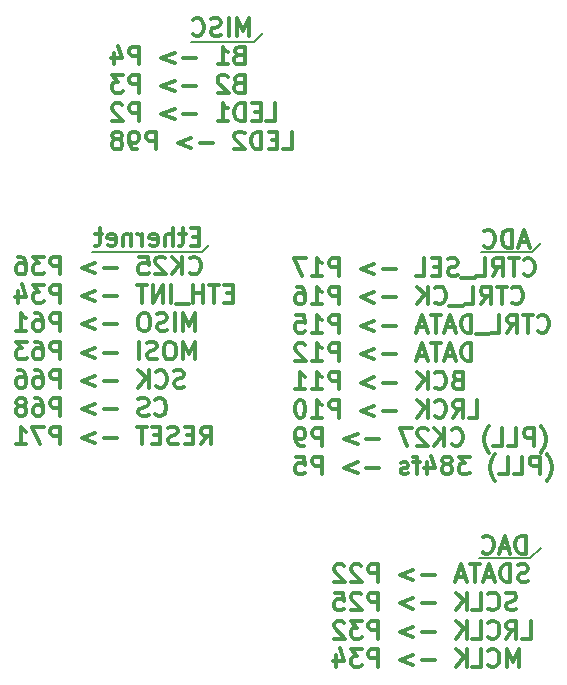
<source format=gbo>
G04 (created by PCBNEW (2013-07-07 BZR 4022)-stable) date 03/07/2014 16:21:05*
%MOIN*%
G04 Gerber Fmt 3.4, Leading zero omitted, Abs format*
%FSLAX34Y34*%
G01*
G70*
G90*
G04 APERTURE LIST*
%ADD10C,0.00590551*%
%ADD11C,0.00787402*%
%ADD12C,0.011811*%
G04 APERTURE END LIST*
G54D10*
G54D11*
X48500Y-26900D02*
X48800Y-26600D01*
X46400Y-26900D02*
X48500Y-26900D01*
G54D12*
X48318Y-26689D02*
X48318Y-26098D01*
X48121Y-26520D01*
X47924Y-26098D01*
X47924Y-26689D01*
X47643Y-26689D02*
X47643Y-26098D01*
X47390Y-26660D02*
X47305Y-26689D01*
X47165Y-26689D01*
X47108Y-26660D01*
X47080Y-26632D01*
X47052Y-26576D01*
X47052Y-26520D01*
X47080Y-26464D01*
X47108Y-26435D01*
X47165Y-26407D01*
X47277Y-26379D01*
X47333Y-26351D01*
X47362Y-26323D01*
X47390Y-26267D01*
X47390Y-26210D01*
X47362Y-26154D01*
X47333Y-26126D01*
X47277Y-26098D01*
X47137Y-26098D01*
X47052Y-26126D01*
X46462Y-26632D02*
X46490Y-26660D01*
X46574Y-26689D01*
X46630Y-26689D01*
X46715Y-26660D01*
X46771Y-26604D01*
X46799Y-26548D01*
X46827Y-26435D01*
X46827Y-26351D01*
X46799Y-26239D01*
X46771Y-26182D01*
X46715Y-26126D01*
X46630Y-26098D01*
X46574Y-26098D01*
X46490Y-26126D01*
X46462Y-26154D01*
X47980Y-27324D02*
X47896Y-27352D01*
X47868Y-27380D01*
X47840Y-27437D01*
X47840Y-27521D01*
X47868Y-27577D01*
X47896Y-27605D01*
X47952Y-27633D01*
X48177Y-27633D01*
X48177Y-27043D01*
X47980Y-27043D01*
X47924Y-27071D01*
X47896Y-27099D01*
X47868Y-27155D01*
X47868Y-27212D01*
X47896Y-27268D01*
X47924Y-27296D01*
X47980Y-27324D01*
X48177Y-27324D01*
X47277Y-27633D02*
X47615Y-27633D01*
X47446Y-27633D02*
X47446Y-27043D01*
X47502Y-27127D01*
X47558Y-27183D01*
X47615Y-27212D01*
X46574Y-27408D02*
X46124Y-27408D01*
X45843Y-27240D02*
X45393Y-27408D01*
X45843Y-27577D01*
X44662Y-27633D02*
X44662Y-27043D01*
X44437Y-27043D01*
X44381Y-27071D01*
X44353Y-27099D01*
X44324Y-27155D01*
X44324Y-27240D01*
X44353Y-27296D01*
X44381Y-27324D01*
X44437Y-27352D01*
X44662Y-27352D01*
X43818Y-27240D02*
X43818Y-27633D01*
X43959Y-27015D02*
X44099Y-27437D01*
X43734Y-27437D01*
X47980Y-28269D02*
X47896Y-28297D01*
X47868Y-28325D01*
X47840Y-28381D01*
X47840Y-28466D01*
X47868Y-28522D01*
X47896Y-28550D01*
X47952Y-28578D01*
X48177Y-28578D01*
X48177Y-27988D01*
X47980Y-27988D01*
X47924Y-28016D01*
X47896Y-28044D01*
X47868Y-28100D01*
X47868Y-28156D01*
X47896Y-28213D01*
X47924Y-28241D01*
X47980Y-28269D01*
X48177Y-28269D01*
X47615Y-28044D02*
X47587Y-28016D01*
X47530Y-27988D01*
X47390Y-27988D01*
X47333Y-28016D01*
X47305Y-28044D01*
X47277Y-28100D01*
X47277Y-28156D01*
X47305Y-28241D01*
X47643Y-28578D01*
X47277Y-28578D01*
X46574Y-28353D02*
X46124Y-28353D01*
X45843Y-28185D02*
X45393Y-28353D01*
X45843Y-28522D01*
X44662Y-28578D02*
X44662Y-27988D01*
X44437Y-27988D01*
X44381Y-28016D01*
X44353Y-28044D01*
X44324Y-28100D01*
X44324Y-28185D01*
X44353Y-28241D01*
X44381Y-28269D01*
X44437Y-28297D01*
X44662Y-28297D01*
X44128Y-27988D02*
X43762Y-27988D01*
X43959Y-28213D01*
X43874Y-28213D01*
X43818Y-28241D01*
X43790Y-28269D01*
X43762Y-28325D01*
X43762Y-28466D01*
X43790Y-28522D01*
X43818Y-28550D01*
X43874Y-28578D01*
X44043Y-28578D01*
X44099Y-28550D01*
X44128Y-28522D01*
X48908Y-29523D02*
X49189Y-29523D01*
X49189Y-28933D01*
X48711Y-29214D02*
X48515Y-29214D01*
X48430Y-29523D02*
X48711Y-29523D01*
X48711Y-28933D01*
X48430Y-28933D01*
X48177Y-29523D02*
X48177Y-28933D01*
X48036Y-28933D01*
X47952Y-28961D01*
X47896Y-29017D01*
X47868Y-29073D01*
X47840Y-29186D01*
X47840Y-29270D01*
X47868Y-29383D01*
X47896Y-29439D01*
X47952Y-29495D01*
X48036Y-29523D01*
X48177Y-29523D01*
X47277Y-29523D02*
X47615Y-29523D01*
X47446Y-29523D02*
X47446Y-28933D01*
X47502Y-29017D01*
X47558Y-29073D01*
X47615Y-29101D01*
X46574Y-29298D02*
X46124Y-29298D01*
X45843Y-29129D02*
X45393Y-29298D01*
X45843Y-29467D01*
X44662Y-29523D02*
X44662Y-28933D01*
X44437Y-28933D01*
X44381Y-28961D01*
X44353Y-28989D01*
X44324Y-29045D01*
X44324Y-29129D01*
X44353Y-29186D01*
X44381Y-29214D01*
X44437Y-29242D01*
X44662Y-29242D01*
X44099Y-28989D02*
X44071Y-28961D01*
X44015Y-28933D01*
X43874Y-28933D01*
X43818Y-28961D01*
X43790Y-28989D01*
X43762Y-29045D01*
X43762Y-29101D01*
X43790Y-29186D01*
X44128Y-29523D01*
X43762Y-29523D01*
X49471Y-30468D02*
X49752Y-30468D01*
X49752Y-29878D01*
X49274Y-30159D02*
X49077Y-30159D01*
X48993Y-30468D02*
X49274Y-30468D01*
X49274Y-29878D01*
X48993Y-29878D01*
X48739Y-30468D02*
X48739Y-29878D01*
X48599Y-29878D01*
X48515Y-29906D01*
X48458Y-29962D01*
X48430Y-30018D01*
X48402Y-30131D01*
X48402Y-30215D01*
X48430Y-30327D01*
X48458Y-30384D01*
X48515Y-30440D01*
X48599Y-30468D01*
X48739Y-30468D01*
X48177Y-29934D02*
X48149Y-29906D01*
X48093Y-29878D01*
X47952Y-29878D01*
X47896Y-29906D01*
X47868Y-29934D01*
X47840Y-29990D01*
X47840Y-30046D01*
X47868Y-30131D01*
X48205Y-30468D01*
X47840Y-30468D01*
X47137Y-30243D02*
X46687Y-30243D01*
X46405Y-30074D02*
X45955Y-30243D01*
X46405Y-30412D01*
X45224Y-30468D02*
X45224Y-29878D01*
X44999Y-29878D01*
X44943Y-29906D01*
X44915Y-29934D01*
X44887Y-29990D01*
X44887Y-30074D01*
X44915Y-30131D01*
X44943Y-30159D01*
X44999Y-30187D01*
X45224Y-30187D01*
X44606Y-30468D02*
X44493Y-30468D01*
X44437Y-30440D01*
X44409Y-30412D01*
X44353Y-30327D01*
X44324Y-30215D01*
X44324Y-29990D01*
X44353Y-29934D01*
X44381Y-29906D01*
X44437Y-29878D01*
X44549Y-29878D01*
X44606Y-29906D01*
X44634Y-29934D01*
X44662Y-29990D01*
X44662Y-30131D01*
X44634Y-30187D01*
X44606Y-30215D01*
X44549Y-30243D01*
X44437Y-30243D01*
X44381Y-30215D01*
X44353Y-30187D01*
X44324Y-30131D01*
X43987Y-30131D02*
X44043Y-30102D01*
X44071Y-30074D01*
X44099Y-30018D01*
X44099Y-29990D01*
X44071Y-29934D01*
X44043Y-29906D01*
X43987Y-29878D01*
X43874Y-29878D01*
X43818Y-29906D01*
X43790Y-29934D01*
X43762Y-29990D01*
X43762Y-30018D01*
X43790Y-30074D01*
X43818Y-30102D01*
X43874Y-30131D01*
X43987Y-30131D01*
X44043Y-30159D01*
X44071Y-30187D01*
X44099Y-30243D01*
X44099Y-30356D01*
X44071Y-30412D01*
X44043Y-30440D01*
X43987Y-30468D01*
X43874Y-30468D01*
X43818Y-30440D01*
X43790Y-30412D01*
X43762Y-30356D01*
X43762Y-30243D01*
X43790Y-30187D01*
X43818Y-30159D01*
X43874Y-30131D01*
G54D11*
X57700Y-44100D02*
X58050Y-43750D01*
X56000Y-44100D02*
X57700Y-44100D01*
X57750Y-33900D02*
X58050Y-33600D01*
X56050Y-33900D02*
X57750Y-33900D01*
X46750Y-33900D02*
X47000Y-33650D01*
X46550Y-33900D02*
X46750Y-33900D01*
X43100Y-33900D02*
X46550Y-33900D01*
G54D12*
X46664Y-33379D02*
X46467Y-33379D01*
X46383Y-33689D02*
X46664Y-33689D01*
X46664Y-33098D01*
X46383Y-33098D01*
X46214Y-33295D02*
X45989Y-33295D01*
X46130Y-33098D02*
X46130Y-33604D01*
X46102Y-33660D01*
X46046Y-33689D01*
X45989Y-33689D01*
X45793Y-33689D02*
X45793Y-33098D01*
X45539Y-33689D02*
X45539Y-33379D01*
X45568Y-33323D01*
X45624Y-33295D01*
X45708Y-33295D01*
X45764Y-33323D01*
X45793Y-33351D01*
X45033Y-33660D02*
X45090Y-33689D01*
X45202Y-33689D01*
X45258Y-33660D01*
X45286Y-33604D01*
X45286Y-33379D01*
X45258Y-33323D01*
X45202Y-33295D01*
X45090Y-33295D01*
X45033Y-33323D01*
X45005Y-33379D01*
X45005Y-33435D01*
X45286Y-33492D01*
X44752Y-33689D02*
X44752Y-33295D01*
X44752Y-33407D02*
X44724Y-33351D01*
X44696Y-33323D01*
X44640Y-33295D01*
X44583Y-33295D01*
X44387Y-33295D02*
X44387Y-33689D01*
X44387Y-33351D02*
X44358Y-33323D01*
X44302Y-33295D01*
X44218Y-33295D01*
X44162Y-33323D01*
X44133Y-33379D01*
X44133Y-33689D01*
X43627Y-33660D02*
X43683Y-33689D01*
X43796Y-33689D01*
X43852Y-33660D01*
X43880Y-33604D01*
X43880Y-33379D01*
X43852Y-33323D01*
X43796Y-33295D01*
X43683Y-33295D01*
X43627Y-33323D01*
X43599Y-33379D01*
X43599Y-33435D01*
X43880Y-33492D01*
X43430Y-33295D02*
X43205Y-33295D01*
X43346Y-33098D02*
X43346Y-33604D01*
X43318Y-33660D01*
X43262Y-33689D01*
X43205Y-33689D01*
X46355Y-34577D02*
X46383Y-34605D01*
X46467Y-34633D01*
X46524Y-34633D01*
X46608Y-34605D01*
X46664Y-34549D01*
X46692Y-34493D01*
X46721Y-34380D01*
X46721Y-34296D01*
X46692Y-34183D01*
X46664Y-34127D01*
X46608Y-34071D01*
X46524Y-34043D01*
X46467Y-34043D01*
X46383Y-34071D01*
X46355Y-34099D01*
X46102Y-34633D02*
X46102Y-34043D01*
X45764Y-34633D02*
X46018Y-34296D01*
X45764Y-34043D02*
X46102Y-34380D01*
X45539Y-34099D02*
X45511Y-34071D01*
X45455Y-34043D01*
X45315Y-34043D01*
X45258Y-34071D01*
X45230Y-34099D01*
X45202Y-34155D01*
X45202Y-34212D01*
X45230Y-34296D01*
X45568Y-34633D01*
X45202Y-34633D01*
X44668Y-34043D02*
X44949Y-34043D01*
X44977Y-34324D01*
X44949Y-34296D01*
X44893Y-34268D01*
X44752Y-34268D01*
X44696Y-34296D01*
X44668Y-34324D01*
X44640Y-34380D01*
X44640Y-34521D01*
X44668Y-34577D01*
X44696Y-34605D01*
X44752Y-34633D01*
X44893Y-34633D01*
X44949Y-34605D01*
X44977Y-34577D01*
X43937Y-34408D02*
X43487Y-34408D01*
X43205Y-34240D02*
X42755Y-34408D01*
X43205Y-34577D01*
X42024Y-34633D02*
X42024Y-34043D01*
X41799Y-34043D01*
X41743Y-34071D01*
X41715Y-34099D01*
X41687Y-34155D01*
X41687Y-34240D01*
X41715Y-34296D01*
X41743Y-34324D01*
X41799Y-34352D01*
X42024Y-34352D01*
X41490Y-34043D02*
X41124Y-34043D01*
X41321Y-34268D01*
X41237Y-34268D01*
X41181Y-34296D01*
X41153Y-34324D01*
X41124Y-34380D01*
X41124Y-34521D01*
X41153Y-34577D01*
X41181Y-34605D01*
X41237Y-34633D01*
X41406Y-34633D01*
X41462Y-34605D01*
X41490Y-34577D01*
X40618Y-34043D02*
X40731Y-34043D01*
X40787Y-34071D01*
X40815Y-34099D01*
X40871Y-34183D01*
X40899Y-34296D01*
X40899Y-34521D01*
X40871Y-34577D01*
X40843Y-34605D01*
X40787Y-34633D01*
X40674Y-34633D01*
X40618Y-34605D01*
X40590Y-34577D01*
X40562Y-34521D01*
X40562Y-34380D01*
X40590Y-34324D01*
X40618Y-34296D01*
X40674Y-34268D01*
X40787Y-34268D01*
X40843Y-34296D01*
X40871Y-34324D01*
X40899Y-34380D01*
X47789Y-35269D02*
X47592Y-35269D01*
X47508Y-35578D02*
X47789Y-35578D01*
X47789Y-34988D01*
X47508Y-34988D01*
X47339Y-34988D02*
X47002Y-34988D01*
X47171Y-35578D02*
X47171Y-34988D01*
X46805Y-35578D02*
X46805Y-34988D01*
X46805Y-35269D02*
X46467Y-35269D01*
X46467Y-35578D02*
X46467Y-34988D01*
X46327Y-35635D02*
X45877Y-35635D01*
X45736Y-35578D02*
X45736Y-34988D01*
X45455Y-35578D02*
X45455Y-34988D01*
X45118Y-35578D01*
X45118Y-34988D01*
X44921Y-34988D02*
X44583Y-34988D01*
X44752Y-35578D02*
X44752Y-34988D01*
X43937Y-35353D02*
X43487Y-35353D01*
X43205Y-35185D02*
X42755Y-35353D01*
X43205Y-35522D01*
X42024Y-35578D02*
X42024Y-34988D01*
X41799Y-34988D01*
X41743Y-35016D01*
X41715Y-35044D01*
X41687Y-35100D01*
X41687Y-35185D01*
X41715Y-35241D01*
X41743Y-35269D01*
X41799Y-35297D01*
X42024Y-35297D01*
X41490Y-34988D02*
X41124Y-34988D01*
X41321Y-35213D01*
X41237Y-35213D01*
X41181Y-35241D01*
X41153Y-35269D01*
X41124Y-35325D01*
X41124Y-35466D01*
X41153Y-35522D01*
X41181Y-35550D01*
X41237Y-35578D01*
X41406Y-35578D01*
X41462Y-35550D01*
X41490Y-35522D01*
X40618Y-35185D02*
X40618Y-35578D01*
X40759Y-34960D02*
X40899Y-35381D01*
X40534Y-35381D01*
X46524Y-36523D02*
X46524Y-35933D01*
X46327Y-36354D01*
X46130Y-35933D01*
X46130Y-36523D01*
X45849Y-36523D02*
X45849Y-35933D01*
X45596Y-36495D02*
X45511Y-36523D01*
X45371Y-36523D01*
X45315Y-36495D01*
X45286Y-36467D01*
X45258Y-36411D01*
X45258Y-36354D01*
X45286Y-36298D01*
X45315Y-36270D01*
X45371Y-36242D01*
X45483Y-36214D01*
X45539Y-36186D01*
X45568Y-36158D01*
X45596Y-36101D01*
X45596Y-36045D01*
X45568Y-35989D01*
X45539Y-35961D01*
X45483Y-35933D01*
X45343Y-35933D01*
X45258Y-35961D01*
X44893Y-35933D02*
X44780Y-35933D01*
X44724Y-35961D01*
X44668Y-36017D01*
X44640Y-36129D01*
X44640Y-36326D01*
X44668Y-36439D01*
X44724Y-36495D01*
X44780Y-36523D01*
X44893Y-36523D01*
X44949Y-36495D01*
X45005Y-36439D01*
X45033Y-36326D01*
X45033Y-36129D01*
X45005Y-36017D01*
X44949Y-35961D01*
X44893Y-35933D01*
X43937Y-36298D02*
X43487Y-36298D01*
X43205Y-36129D02*
X42755Y-36298D01*
X43205Y-36467D01*
X42024Y-36523D02*
X42024Y-35933D01*
X41799Y-35933D01*
X41743Y-35961D01*
X41715Y-35989D01*
X41687Y-36045D01*
X41687Y-36129D01*
X41715Y-36186D01*
X41743Y-36214D01*
X41799Y-36242D01*
X42024Y-36242D01*
X41181Y-35933D02*
X41293Y-35933D01*
X41349Y-35961D01*
X41378Y-35989D01*
X41434Y-36073D01*
X41462Y-36186D01*
X41462Y-36411D01*
X41434Y-36467D01*
X41406Y-36495D01*
X41349Y-36523D01*
X41237Y-36523D01*
X41181Y-36495D01*
X41153Y-36467D01*
X41124Y-36411D01*
X41124Y-36270D01*
X41153Y-36214D01*
X41181Y-36186D01*
X41237Y-36158D01*
X41349Y-36158D01*
X41406Y-36186D01*
X41434Y-36214D01*
X41462Y-36270D01*
X40562Y-36523D02*
X40899Y-36523D01*
X40731Y-36523D02*
X40731Y-35933D01*
X40787Y-36017D01*
X40843Y-36073D01*
X40899Y-36101D01*
X46524Y-37468D02*
X46524Y-36878D01*
X46327Y-37299D01*
X46130Y-36878D01*
X46130Y-37468D01*
X45736Y-36878D02*
X45624Y-36878D01*
X45568Y-36906D01*
X45511Y-36962D01*
X45483Y-37074D01*
X45483Y-37271D01*
X45511Y-37384D01*
X45568Y-37440D01*
X45624Y-37468D01*
X45736Y-37468D01*
X45793Y-37440D01*
X45849Y-37384D01*
X45877Y-37271D01*
X45877Y-37074D01*
X45849Y-36962D01*
X45793Y-36906D01*
X45736Y-36878D01*
X45258Y-37440D02*
X45174Y-37468D01*
X45033Y-37468D01*
X44977Y-37440D01*
X44949Y-37412D01*
X44921Y-37356D01*
X44921Y-37299D01*
X44949Y-37243D01*
X44977Y-37215D01*
X45033Y-37187D01*
X45146Y-37159D01*
X45202Y-37131D01*
X45230Y-37102D01*
X45258Y-37046D01*
X45258Y-36990D01*
X45230Y-36934D01*
X45202Y-36906D01*
X45146Y-36878D01*
X45005Y-36878D01*
X44921Y-36906D01*
X44668Y-37468D02*
X44668Y-36878D01*
X43937Y-37243D02*
X43487Y-37243D01*
X43205Y-37074D02*
X42755Y-37243D01*
X43205Y-37412D01*
X42024Y-37468D02*
X42024Y-36878D01*
X41799Y-36878D01*
X41743Y-36906D01*
X41715Y-36934D01*
X41687Y-36990D01*
X41687Y-37074D01*
X41715Y-37131D01*
X41743Y-37159D01*
X41799Y-37187D01*
X42024Y-37187D01*
X41181Y-36878D02*
X41293Y-36878D01*
X41349Y-36906D01*
X41378Y-36934D01*
X41434Y-37018D01*
X41462Y-37131D01*
X41462Y-37356D01*
X41434Y-37412D01*
X41406Y-37440D01*
X41349Y-37468D01*
X41237Y-37468D01*
X41181Y-37440D01*
X41153Y-37412D01*
X41124Y-37356D01*
X41124Y-37215D01*
X41153Y-37159D01*
X41181Y-37131D01*
X41237Y-37102D01*
X41349Y-37102D01*
X41406Y-37131D01*
X41434Y-37159D01*
X41462Y-37215D01*
X40928Y-36878D02*
X40562Y-36878D01*
X40759Y-37102D01*
X40674Y-37102D01*
X40618Y-37131D01*
X40590Y-37159D01*
X40562Y-37215D01*
X40562Y-37356D01*
X40590Y-37412D01*
X40618Y-37440D01*
X40674Y-37468D01*
X40843Y-37468D01*
X40899Y-37440D01*
X40928Y-37412D01*
X46158Y-38385D02*
X46074Y-38413D01*
X45933Y-38413D01*
X45877Y-38385D01*
X45849Y-38357D01*
X45821Y-38300D01*
X45821Y-38244D01*
X45849Y-38188D01*
X45877Y-38160D01*
X45933Y-38132D01*
X46046Y-38104D01*
X46102Y-38075D01*
X46130Y-38047D01*
X46158Y-37991D01*
X46158Y-37935D01*
X46130Y-37879D01*
X46102Y-37851D01*
X46046Y-37822D01*
X45905Y-37822D01*
X45821Y-37851D01*
X45230Y-38357D02*
X45258Y-38385D01*
X45343Y-38413D01*
X45399Y-38413D01*
X45483Y-38385D01*
X45539Y-38329D01*
X45568Y-38272D01*
X45596Y-38160D01*
X45596Y-38075D01*
X45568Y-37963D01*
X45539Y-37907D01*
X45483Y-37851D01*
X45399Y-37822D01*
X45343Y-37822D01*
X45258Y-37851D01*
X45230Y-37879D01*
X44977Y-38413D02*
X44977Y-37822D01*
X44640Y-38413D02*
X44893Y-38075D01*
X44640Y-37822D02*
X44977Y-38160D01*
X43937Y-38188D02*
X43487Y-38188D01*
X43205Y-38019D02*
X42755Y-38188D01*
X43205Y-38357D01*
X42024Y-38413D02*
X42024Y-37822D01*
X41799Y-37822D01*
X41743Y-37851D01*
X41715Y-37879D01*
X41687Y-37935D01*
X41687Y-38019D01*
X41715Y-38075D01*
X41743Y-38104D01*
X41799Y-38132D01*
X42024Y-38132D01*
X41181Y-37822D02*
X41293Y-37822D01*
X41349Y-37851D01*
X41378Y-37879D01*
X41434Y-37963D01*
X41462Y-38075D01*
X41462Y-38300D01*
X41434Y-38357D01*
X41406Y-38385D01*
X41349Y-38413D01*
X41237Y-38413D01*
X41181Y-38385D01*
X41153Y-38357D01*
X41124Y-38300D01*
X41124Y-38160D01*
X41153Y-38104D01*
X41181Y-38075D01*
X41237Y-38047D01*
X41349Y-38047D01*
X41406Y-38075D01*
X41434Y-38104D01*
X41462Y-38160D01*
X40618Y-37822D02*
X40731Y-37822D01*
X40787Y-37851D01*
X40815Y-37879D01*
X40871Y-37963D01*
X40899Y-38075D01*
X40899Y-38300D01*
X40871Y-38357D01*
X40843Y-38385D01*
X40787Y-38413D01*
X40674Y-38413D01*
X40618Y-38385D01*
X40590Y-38357D01*
X40562Y-38300D01*
X40562Y-38160D01*
X40590Y-38104D01*
X40618Y-38075D01*
X40674Y-38047D01*
X40787Y-38047D01*
X40843Y-38075D01*
X40871Y-38104D01*
X40899Y-38160D01*
X45202Y-39302D02*
X45230Y-39330D01*
X45315Y-39358D01*
X45371Y-39358D01*
X45455Y-39330D01*
X45511Y-39273D01*
X45539Y-39217D01*
X45568Y-39105D01*
X45568Y-39020D01*
X45539Y-38908D01*
X45511Y-38852D01*
X45455Y-38795D01*
X45371Y-38767D01*
X45315Y-38767D01*
X45230Y-38795D01*
X45202Y-38824D01*
X44977Y-39330D02*
X44893Y-39358D01*
X44752Y-39358D01*
X44696Y-39330D01*
X44668Y-39302D01*
X44640Y-39245D01*
X44640Y-39189D01*
X44668Y-39133D01*
X44696Y-39105D01*
X44752Y-39077D01*
X44865Y-39048D01*
X44921Y-39020D01*
X44949Y-38992D01*
X44977Y-38936D01*
X44977Y-38880D01*
X44949Y-38824D01*
X44921Y-38795D01*
X44865Y-38767D01*
X44724Y-38767D01*
X44640Y-38795D01*
X43937Y-39133D02*
X43487Y-39133D01*
X43205Y-38964D02*
X42755Y-39133D01*
X43205Y-39302D01*
X42024Y-39358D02*
X42024Y-38767D01*
X41799Y-38767D01*
X41743Y-38795D01*
X41715Y-38824D01*
X41687Y-38880D01*
X41687Y-38964D01*
X41715Y-39020D01*
X41743Y-39048D01*
X41799Y-39077D01*
X42024Y-39077D01*
X41181Y-38767D02*
X41293Y-38767D01*
X41349Y-38795D01*
X41378Y-38824D01*
X41434Y-38908D01*
X41462Y-39020D01*
X41462Y-39245D01*
X41434Y-39302D01*
X41406Y-39330D01*
X41349Y-39358D01*
X41237Y-39358D01*
X41181Y-39330D01*
X41153Y-39302D01*
X41124Y-39245D01*
X41124Y-39105D01*
X41153Y-39048D01*
X41181Y-39020D01*
X41237Y-38992D01*
X41349Y-38992D01*
X41406Y-39020D01*
X41434Y-39048D01*
X41462Y-39105D01*
X40787Y-39020D02*
X40843Y-38992D01*
X40871Y-38964D01*
X40899Y-38908D01*
X40899Y-38880D01*
X40871Y-38824D01*
X40843Y-38795D01*
X40787Y-38767D01*
X40674Y-38767D01*
X40618Y-38795D01*
X40590Y-38824D01*
X40562Y-38880D01*
X40562Y-38908D01*
X40590Y-38964D01*
X40618Y-38992D01*
X40674Y-39020D01*
X40787Y-39020D01*
X40843Y-39048D01*
X40871Y-39077D01*
X40899Y-39133D01*
X40899Y-39245D01*
X40871Y-39302D01*
X40843Y-39330D01*
X40787Y-39358D01*
X40674Y-39358D01*
X40618Y-39330D01*
X40590Y-39302D01*
X40562Y-39245D01*
X40562Y-39133D01*
X40590Y-39077D01*
X40618Y-39048D01*
X40674Y-39020D01*
X46721Y-40303D02*
X46917Y-40021D01*
X47058Y-40303D02*
X47058Y-39712D01*
X46833Y-39712D01*
X46777Y-39740D01*
X46749Y-39768D01*
X46721Y-39825D01*
X46721Y-39909D01*
X46749Y-39965D01*
X46777Y-39993D01*
X46833Y-40021D01*
X47058Y-40021D01*
X46467Y-39993D02*
X46271Y-39993D01*
X46186Y-40303D02*
X46467Y-40303D01*
X46467Y-39712D01*
X46186Y-39712D01*
X45961Y-40275D02*
X45877Y-40303D01*
X45736Y-40303D01*
X45680Y-40275D01*
X45652Y-40246D01*
X45624Y-40190D01*
X45624Y-40134D01*
X45652Y-40078D01*
X45680Y-40050D01*
X45736Y-40021D01*
X45849Y-39993D01*
X45905Y-39965D01*
X45933Y-39937D01*
X45961Y-39881D01*
X45961Y-39825D01*
X45933Y-39768D01*
X45905Y-39740D01*
X45849Y-39712D01*
X45708Y-39712D01*
X45624Y-39740D01*
X45371Y-39993D02*
X45174Y-39993D01*
X45090Y-40303D02*
X45371Y-40303D01*
X45371Y-39712D01*
X45090Y-39712D01*
X44921Y-39712D02*
X44583Y-39712D01*
X44752Y-40303D02*
X44752Y-39712D01*
X43937Y-40078D02*
X43487Y-40078D01*
X43205Y-39909D02*
X42755Y-40078D01*
X43205Y-40246D01*
X42024Y-40303D02*
X42024Y-39712D01*
X41799Y-39712D01*
X41743Y-39740D01*
X41715Y-39768D01*
X41687Y-39825D01*
X41687Y-39909D01*
X41715Y-39965D01*
X41743Y-39993D01*
X41799Y-40021D01*
X42024Y-40021D01*
X41490Y-39712D02*
X41096Y-39712D01*
X41349Y-40303D01*
X40562Y-40303D02*
X40899Y-40303D01*
X40731Y-40303D02*
X40731Y-39712D01*
X40787Y-39797D01*
X40843Y-39853D01*
X40899Y-39881D01*
X57546Y-43939D02*
X57546Y-43348D01*
X57405Y-43348D01*
X57321Y-43376D01*
X57264Y-43432D01*
X57236Y-43489D01*
X57208Y-43601D01*
X57208Y-43685D01*
X57236Y-43798D01*
X57264Y-43854D01*
X57321Y-43910D01*
X57405Y-43939D01*
X57546Y-43939D01*
X56983Y-43770D02*
X56702Y-43770D01*
X57039Y-43939D02*
X56843Y-43348D01*
X56646Y-43939D01*
X56111Y-43882D02*
X56139Y-43910D01*
X56224Y-43939D01*
X56280Y-43939D01*
X56364Y-43910D01*
X56421Y-43854D01*
X56449Y-43798D01*
X56477Y-43685D01*
X56477Y-43601D01*
X56449Y-43489D01*
X56421Y-43432D01*
X56364Y-43376D01*
X56280Y-43348D01*
X56224Y-43348D01*
X56139Y-43376D01*
X56111Y-43404D01*
X57630Y-44855D02*
X57546Y-44883D01*
X57405Y-44883D01*
X57349Y-44855D01*
X57321Y-44827D01*
X57292Y-44771D01*
X57292Y-44715D01*
X57321Y-44658D01*
X57349Y-44630D01*
X57405Y-44602D01*
X57517Y-44574D01*
X57574Y-44546D01*
X57602Y-44518D01*
X57630Y-44462D01*
X57630Y-44405D01*
X57602Y-44349D01*
X57574Y-44321D01*
X57517Y-44293D01*
X57377Y-44293D01*
X57292Y-44321D01*
X57039Y-44883D02*
X57039Y-44293D01*
X56899Y-44293D01*
X56814Y-44321D01*
X56758Y-44377D01*
X56730Y-44433D01*
X56702Y-44546D01*
X56702Y-44630D01*
X56730Y-44743D01*
X56758Y-44799D01*
X56814Y-44855D01*
X56899Y-44883D01*
X57039Y-44883D01*
X56477Y-44715D02*
X56196Y-44715D01*
X56533Y-44883D02*
X56336Y-44293D01*
X56139Y-44883D01*
X56027Y-44293D02*
X55690Y-44293D01*
X55858Y-44883D02*
X55858Y-44293D01*
X55521Y-44715D02*
X55240Y-44715D01*
X55577Y-44883D02*
X55380Y-44293D01*
X55183Y-44883D01*
X54537Y-44658D02*
X54087Y-44658D01*
X53805Y-44490D02*
X53355Y-44658D01*
X53805Y-44827D01*
X52624Y-44883D02*
X52624Y-44293D01*
X52399Y-44293D01*
X52343Y-44321D01*
X52315Y-44349D01*
X52287Y-44405D01*
X52287Y-44490D01*
X52315Y-44546D01*
X52343Y-44574D01*
X52399Y-44602D01*
X52624Y-44602D01*
X52062Y-44349D02*
X52034Y-44321D01*
X51978Y-44293D01*
X51837Y-44293D01*
X51781Y-44321D01*
X51753Y-44349D01*
X51724Y-44405D01*
X51724Y-44462D01*
X51753Y-44546D01*
X52090Y-44883D01*
X51724Y-44883D01*
X51499Y-44349D02*
X51471Y-44321D01*
X51415Y-44293D01*
X51274Y-44293D01*
X51218Y-44321D01*
X51190Y-44349D01*
X51162Y-44405D01*
X51162Y-44462D01*
X51190Y-44546D01*
X51528Y-44883D01*
X51162Y-44883D01*
X57236Y-45800D02*
X57152Y-45828D01*
X57011Y-45828D01*
X56955Y-45800D01*
X56927Y-45772D01*
X56899Y-45716D01*
X56899Y-45660D01*
X56927Y-45603D01*
X56955Y-45575D01*
X57011Y-45547D01*
X57124Y-45519D01*
X57180Y-45491D01*
X57208Y-45463D01*
X57236Y-45406D01*
X57236Y-45350D01*
X57208Y-45294D01*
X57180Y-45266D01*
X57124Y-45238D01*
X56983Y-45238D01*
X56899Y-45266D01*
X56308Y-45772D02*
X56336Y-45800D01*
X56421Y-45828D01*
X56477Y-45828D01*
X56561Y-45800D01*
X56618Y-45744D01*
X56646Y-45688D01*
X56674Y-45575D01*
X56674Y-45491D01*
X56646Y-45378D01*
X56618Y-45322D01*
X56561Y-45266D01*
X56477Y-45238D01*
X56421Y-45238D01*
X56336Y-45266D01*
X56308Y-45294D01*
X55774Y-45828D02*
X56055Y-45828D01*
X56055Y-45238D01*
X55577Y-45828D02*
X55577Y-45238D01*
X55240Y-45828D02*
X55493Y-45491D01*
X55240Y-45238D02*
X55577Y-45575D01*
X54537Y-45603D02*
X54087Y-45603D01*
X53805Y-45435D02*
X53355Y-45603D01*
X53805Y-45772D01*
X52624Y-45828D02*
X52624Y-45238D01*
X52399Y-45238D01*
X52343Y-45266D01*
X52315Y-45294D01*
X52287Y-45350D01*
X52287Y-45435D01*
X52315Y-45491D01*
X52343Y-45519D01*
X52399Y-45547D01*
X52624Y-45547D01*
X52062Y-45294D02*
X52034Y-45266D01*
X51978Y-45238D01*
X51837Y-45238D01*
X51781Y-45266D01*
X51753Y-45294D01*
X51724Y-45350D01*
X51724Y-45406D01*
X51753Y-45491D01*
X52090Y-45828D01*
X51724Y-45828D01*
X51190Y-45238D02*
X51471Y-45238D01*
X51499Y-45519D01*
X51471Y-45491D01*
X51415Y-45463D01*
X51274Y-45463D01*
X51218Y-45491D01*
X51190Y-45519D01*
X51162Y-45575D01*
X51162Y-45716D01*
X51190Y-45772D01*
X51218Y-45800D01*
X51274Y-45828D01*
X51415Y-45828D01*
X51471Y-45800D01*
X51499Y-45772D01*
X57433Y-46773D02*
X57714Y-46773D01*
X57714Y-46183D01*
X56899Y-46773D02*
X57096Y-46492D01*
X57236Y-46773D02*
X57236Y-46183D01*
X57011Y-46183D01*
X56955Y-46211D01*
X56927Y-46239D01*
X56899Y-46295D01*
X56899Y-46379D01*
X56927Y-46436D01*
X56955Y-46464D01*
X57011Y-46492D01*
X57236Y-46492D01*
X56308Y-46717D02*
X56336Y-46745D01*
X56421Y-46773D01*
X56477Y-46773D01*
X56561Y-46745D01*
X56618Y-46689D01*
X56646Y-46633D01*
X56674Y-46520D01*
X56674Y-46436D01*
X56646Y-46323D01*
X56618Y-46267D01*
X56561Y-46211D01*
X56477Y-46183D01*
X56421Y-46183D01*
X56336Y-46211D01*
X56308Y-46239D01*
X55774Y-46773D02*
X56055Y-46773D01*
X56055Y-46183D01*
X55577Y-46773D02*
X55577Y-46183D01*
X55240Y-46773D02*
X55493Y-46436D01*
X55240Y-46183D02*
X55577Y-46520D01*
X54537Y-46548D02*
X54087Y-46548D01*
X53805Y-46379D02*
X53355Y-46548D01*
X53805Y-46717D01*
X52624Y-46773D02*
X52624Y-46183D01*
X52399Y-46183D01*
X52343Y-46211D01*
X52315Y-46239D01*
X52287Y-46295D01*
X52287Y-46379D01*
X52315Y-46436D01*
X52343Y-46464D01*
X52399Y-46492D01*
X52624Y-46492D01*
X52090Y-46183D02*
X51724Y-46183D01*
X51921Y-46408D01*
X51837Y-46408D01*
X51781Y-46436D01*
X51753Y-46464D01*
X51724Y-46520D01*
X51724Y-46661D01*
X51753Y-46717D01*
X51781Y-46745D01*
X51837Y-46773D01*
X52006Y-46773D01*
X52062Y-46745D01*
X52090Y-46717D01*
X51499Y-46239D02*
X51471Y-46211D01*
X51415Y-46183D01*
X51274Y-46183D01*
X51218Y-46211D01*
X51190Y-46239D01*
X51162Y-46295D01*
X51162Y-46351D01*
X51190Y-46436D01*
X51528Y-46773D01*
X51162Y-46773D01*
X57321Y-47718D02*
X57321Y-47128D01*
X57124Y-47549D01*
X56927Y-47128D01*
X56927Y-47718D01*
X56308Y-47662D02*
X56336Y-47690D01*
X56421Y-47718D01*
X56477Y-47718D01*
X56561Y-47690D01*
X56618Y-47634D01*
X56646Y-47577D01*
X56674Y-47465D01*
X56674Y-47381D01*
X56646Y-47268D01*
X56618Y-47212D01*
X56561Y-47156D01*
X56477Y-47128D01*
X56421Y-47128D01*
X56336Y-47156D01*
X56308Y-47184D01*
X55774Y-47718D02*
X56055Y-47718D01*
X56055Y-47128D01*
X55577Y-47718D02*
X55577Y-47128D01*
X55240Y-47718D02*
X55493Y-47381D01*
X55240Y-47128D02*
X55577Y-47465D01*
X54537Y-47493D02*
X54087Y-47493D01*
X53805Y-47324D02*
X53355Y-47493D01*
X53805Y-47662D01*
X52624Y-47718D02*
X52624Y-47128D01*
X52399Y-47128D01*
X52343Y-47156D01*
X52315Y-47184D01*
X52287Y-47240D01*
X52287Y-47324D01*
X52315Y-47381D01*
X52343Y-47409D01*
X52399Y-47437D01*
X52624Y-47437D01*
X52090Y-47128D02*
X51724Y-47128D01*
X51921Y-47352D01*
X51837Y-47352D01*
X51781Y-47381D01*
X51753Y-47409D01*
X51724Y-47465D01*
X51724Y-47606D01*
X51753Y-47662D01*
X51781Y-47690D01*
X51837Y-47718D01*
X52006Y-47718D01*
X52062Y-47690D01*
X52090Y-47662D01*
X51218Y-47324D02*
X51218Y-47718D01*
X51359Y-47099D02*
X51499Y-47521D01*
X51134Y-47521D01*
X57624Y-33570D02*
X57342Y-33570D01*
X57680Y-33739D02*
X57483Y-33148D01*
X57286Y-33739D01*
X57089Y-33739D02*
X57089Y-33148D01*
X56949Y-33148D01*
X56864Y-33176D01*
X56808Y-33232D01*
X56780Y-33289D01*
X56752Y-33401D01*
X56752Y-33485D01*
X56780Y-33598D01*
X56808Y-33654D01*
X56864Y-33710D01*
X56949Y-33739D01*
X57089Y-33739D01*
X56161Y-33682D02*
X56189Y-33710D01*
X56274Y-33739D01*
X56330Y-33739D01*
X56414Y-33710D01*
X56471Y-33654D01*
X56499Y-33598D01*
X56527Y-33485D01*
X56527Y-33401D01*
X56499Y-33289D01*
X56471Y-33232D01*
X56414Y-33176D01*
X56330Y-33148D01*
X56274Y-33148D01*
X56189Y-33176D01*
X56161Y-33204D01*
X57483Y-34627D02*
X57511Y-34655D01*
X57595Y-34683D01*
X57652Y-34683D01*
X57736Y-34655D01*
X57792Y-34599D01*
X57820Y-34543D01*
X57848Y-34430D01*
X57848Y-34346D01*
X57820Y-34233D01*
X57792Y-34177D01*
X57736Y-34121D01*
X57652Y-34093D01*
X57595Y-34093D01*
X57511Y-34121D01*
X57483Y-34149D01*
X57314Y-34093D02*
X56977Y-34093D01*
X57145Y-34683D02*
X57145Y-34093D01*
X56442Y-34683D02*
X56639Y-34402D01*
X56780Y-34683D02*
X56780Y-34093D01*
X56555Y-34093D01*
X56499Y-34121D01*
X56471Y-34149D01*
X56442Y-34205D01*
X56442Y-34290D01*
X56471Y-34346D01*
X56499Y-34374D01*
X56555Y-34402D01*
X56780Y-34402D01*
X55908Y-34683D02*
X56189Y-34683D01*
X56189Y-34093D01*
X55852Y-34740D02*
X55402Y-34740D01*
X55289Y-34655D02*
X55205Y-34683D01*
X55064Y-34683D01*
X55008Y-34655D01*
X54980Y-34627D01*
X54952Y-34571D01*
X54952Y-34515D01*
X54980Y-34458D01*
X55008Y-34430D01*
X55064Y-34402D01*
X55177Y-34374D01*
X55233Y-34346D01*
X55261Y-34318D01*
X55289Y-34262D01*
X55289Y-34205D01*
X55261Y-34149D01*
X55233Y-34121D01*
X55177Y-34093D01*
X55036Y-34093D01*
X54952Y-34121D01*
X54699Y-34374D02*
X54502Y-34374D01*
X54418Y-34683D02*
X54699Y-34683D01*
X54699Y-34093D01*
X54418Y-34093D01*
X53883Y-34683D02*
X54165Y-34683D01*
X54165Y-34093D01*
X53237Y-34458D02*
X52787Y-34458D01*
X52505Y-34290D02*
X52055Y-34458D01*
X52505Y-34627D01*
X51324Y-34683D02*
X51324Y-34093D01*
X51099Y-34093D01*
X51043Y-34121D01*
X51015Y-34149D01*
X50987Y-34205D01*
X50987Y-34290D01*
X51015Y-34346D01*
X51043Y-34374D01*
X51099Y-34402D01*
X51324Y-34402D01*
X50424Y-34683D02*
X50762Y-34683D01*
X50593Y-34683D02*
X50593Y-34093D01*
X50649Y-34177D01*
X50706Y-34233D01*
X50762Y-34262D01*
X50228Y-34093D02*
X49834Y-34093D01*
X50087Y-34683D01*
X57089Y-35572D02*
X57117Y-35600D01*
X57202Y-35628D01*
X57258Y-35628D01*
X57342Y-35600D01*
X57399Y-35544D01*
X57427Y-35488D01*
X57455Y-35375D01*
X57455Y-35291D01*
X57427Y-35178D01*
X57399Y-35122D01*
X57342Y-35066D01*
X57258Y-35038D01*
X57202Y-35038D01*
X57117Y-35066D01*
X57089Y-35094D01*
X56920Y-35038D02*
X56583Y-35038D01*
X56752Y-35628D02*
X56752Y-35038D01*
X56049Y-35628D02*
X56246Y-35347D01*
X56386Y-35628D02*
X56386Y-35038D01*
X56161Y-35038D01*
X56105Y-35066D01*
X56077Y-35094D01*
X56049Y-35150D01*
X56049Y-35235D01*
X56077Y-35291D01*
X56105Y-35319D01*
X56161Y-35347D01*
X56386Y-35347D01*
X55514Y-35628D02*
X55796Y-35628D01*
X55796Y-35038D01*
X55458Y-35685D02*
X55008Y-35685D01*
X54530Y-35572D02*
X54558Y-35600D01*
X54643Y-35628D01*
X54699Y-35628D01*
X54783Y-35600D01*
X54839Y-35544D01*
X54868Y-35488D01*
X54896Y-35375D01*
X54896Y-35291D01*
X54868Y-35178D01*
X54839Y-35122D01*
X54783Y-35066D01*
X54699Y-35038D01*
X54643Y-35038D01*
X54558Y-35066D01*
X54530Y-35094D01*
X54277Y-35628D02*
X54277Y-35038D01*
X53940Y-35628D02*
X54193Y-35291D01*
X53940Y-35038D02*
X54277Y-35375D01*
X53237Y-35403D02*
X52787Y-35403D01*
X52505Y-35235D02*
X52055Y-35403D01*
X52505Y-35572D01*
X51324Y-35628D02*
X51324Y-35038D01*
X51099Y-35038D01*
X51043Y-35066D01*
X51015Y-35094D01*
X50987Y-35150D01*
X50987Y-35235D01*
X51015Y-35291D01*
X51043Y-35319D01*
X51099Y-35347D01*
X51324Y-35347D01*
X50424Y-35628D02*
X50762Y-35628D01*
X50593Y-35628D02*
X50593Y-35038D01*
X50649Y-35122D01*
X50706Y-35178D01*
X50762Y-35206D01*
X49918Y-35038D02*
X50031Y-35038D01*
X50087Y-35066D01*
X50115Y-35094D01*
X50171Y-35178D01*
X50199Y-35291D01*
X50199Y-35516D01*
X50171Y-35572D01*
X50143Y-35600D01*
X50087Y-35628D01*
X49974Y-35628D01*
X49918Y-35600D01*
X49890Y-35572D01*
X49862Y-35516D01*
X49862Y-35375D01*
X49890Y-35319D01*
X49918Y-35291D01*
X49974Y-35263D01*
X50087Y-35263D01*
X50143Y-35291D01*
X50171Y-35319D01*
X50199Y-35375D01*
X57961Y-36517D02*
X57989Y-36545D01*
X58073Y-36573D01*
X58130Y-36573D01*
X58214Y-36545D01*
X58270Y-36489D01*
X58298Y-36433D01*
X58327Y-36320D01*
X58327Y-36236D01*
X58298Y-36123D01*
X58270Y-36067D01*
X58214Y-36011D01*
X58130Y-35983D01*
X58073Y-35983D01*
X57989Y-36011D01*
X57961Y-36039D01*
X57792Y-35983D02*
X57455Y-35983D01*
X57624Y-36573D02*
X57624Y-35983D01*
X56920Y-36573D02*
X57117Y-36292D01*
X57258Y-36573D02*
X57258Y-35983D01*
X57033Y-35983D01*
X56977Y-36011D01*
X56949Y-36039D01*
X56920Y-36095D01*
X56920Y-36179D01*
X56949Y-36236D01*
X56977Y-36264D01*
X57033Y-36292D01*
X57258Y-36292D01*
X56386Y-36573D02*
X56667Y-36573D01*
X56667Y-35983D01*
X56330Y-36629D02*
X55880Y-36629D01*
X55739Y-36573D02*
X55739Y-35983D01*
X55599Y-35983D01*
X55514Y-36011D01*
X55458Y-36067D01*
X55430Y-36123D01*
X55402Y-36236D01*
X55402Y-36320D01*
X55430Y-36433D01*
X55458Y-36489D01*
X55514Y-36545D01*
X55599Y-36573D01*
X55739Y-36573D01*
X55177Y-36404D02*
X54896Y-36404D01*
X55233Y-36573D02*
X55036Y-35983D01*
X54839Y-36573D01*
X54727Y-35983D02*
X54390Y-35983D01*
X54558Y-36573D02*
X54558Y-35983D01*
X54221Y-36404D02*
X53940Y-36404D01*
X54277Y-36573D02*
X54080Y-35983D01*
X53883Y-36573D01*
X53237Y-36348D02*
X52787Y-36348D01*
X52505Y-36179D02*
X52055Y-36348D01*
X52505Y-36517D01*
X51324Y-36573D02*
X51324Y-35983D01*
X51099Y-35983D01*
X51043Y-36011D01*
X51015Y-36039D01*
X50987Y-36095D01*
X50987Y-36179D01*
X51015Y-36236D01*
X51043Y-36264D01*
X51099Y-36292D01*
X51324Y-36292D01*
X50424Y-36573D02*
X50762Y-36573D01*
X50593Y-36573D02*
X50593Y-35983D01*
X50649Y-36067D01*
X50706Y-36123D01*
X50762Y-36151D01*
X49890Y-35983D02*
X50171Y-35983D01*
X50199Y-36264D01*
X50171Y-36236D01*
X50115Y-36208D01*
X49974Y-36208D01*
X49918Y-36236D01*
X49890Y-36264D01*
X49862Y-36320D01*
X49862Y-36461D01*
X49890Y-36517D01*
X49918Y-36545D01*
X49974Y-36573D01*
X50115Y-36573D01*
X50171Y-36545D01*
X50199Y-36517D01*
X55739Y-37518D02*
X55739Y-36928D01*
X55599Y-36928D01*
X55514Y-36956D01*
X55458Y-37012D01*
X55430Y-37068D01*
X55402Y-37181D01*
X55402Y-37265D01*
X55430Y-37377D01*
X55458Y-37434D01*
X55514Y-37490D01*
X55599Y-37518D01*
X55739Y-37518D01*
X55177Y-37349D02*
X54896Y-37349D01*
X55233Y-37518D02*
X55036Y-36928D01*
X54839Y-37518D01*
X54727Y-36928D02*
X54390Y-36928D01*
X54558Y-37518D02*
X54558Y-36928D01*
X54221Y-37349D02*
X53940Y-37349D01*
X54277Y-37518D02*
X54080Y-36928D01*
X53883Y-37518D01*
X53237Y-37293D02*
X52787Y-37293D01*
X52505Y-37124D02*
X52055Y-37293D01*
X52505Y-37462D01*
X51324Y-37518D02*
X51324Y-36928D01*
X51099Y-36928D01*
X51043Y-36956D01*
X51015Y-36984D01*
X50987Y-37040D01*
X50987Y-37124D01*
X51015Y-37181D01*
X51043Y-37209D01*
X51099Y-37237D01*
X51324Y-37237D01*
X50424Y-37518D02*
X50762Y-37518D01*
X50593Y-37518D02*
X50593Y-36928D01*
X50649Y-37012D01*
X50706Y-37068D01*
X50762Y-37096D01*
X50199Y-36984D02*
X50171Y-36956D01*
X50115Y-36928D01*
X49974Y-36928D01*
X49918Y-36956D01*
X49890Y-36984D01*
X49862Y-37040D01*
X49862Y-37096D01*
X49890Y-37181D01*
X50228Y-37518D01*
X49862Y-37518D01*
X55261Y-38154D02*
X55177Y-38182D01*
X55149Y-38210D01*
X55121Y-38266D01*
X55121Y-38350D01*
X55149Y-38407D01*
X55177Y-38435D01*
X55233Y-38463D01*
X55458Y-38463D01*
X55458Y-37872D01*
X55261Y-37872D01*
X55205Y-37901D01*
X55177Y-37929D01*
X55149Y-37985D01*
X55149Y-38041D01*
X55177Y-38097D01*
X55205Y-38125D01*
X55261Y-38154D01*
X55458Y-38154D01*
X54530Y-38407D02*
X54558Y-38435D01*
X54643Y-38463D01*
X54699Y-38463D01*
X54783Y-38435D01*
X54839Y-38379D01*
X54868Y-38322D01*
X54896Y-38210D01*
X54896Y-38125D01*
X54868Y-38013D01*
X54839Y-37957D01*
X54783Y-37901D01*
X54699Y-37872D01*
X54643Y-37872D01*
X54558Y-37901D01*
X54530Y-37929D01*
X54277Y-38463D02*
X54277Y-37872D01*
X53940Y-38463D02*
X54193Y-38125D01*
X53940Y-37872D02*
X54277Y-38210D01*
X53237Y-38238D02*
X52787Y-38238D01*
X52505Y-38069D02*
X52055Y-38238D01*
X52505Y-38407D01*
X51324Y-38463D02*
X51324Y-37872D01*
X51099Y-37872D01*
X51043Y-37901D01*
X51015Y-37929D01*
X50987Y-37985D01*
X50987Y-38069D01*
X51015Y-38125D01*
X51043Y-38154D01*
X51099Y-38182D01*
X51324Y-38182D01*
X50424Y-38463D02*
X50762Y-38463D01*
X50593Y-38463D02*
X50593Y-37872D01*
X50649Y-37957D01*
X50706Y-38013D01*
X50762Y-38041D01*
X49862Y-38463D02*
X50199Y-38463D01*
X50031Y-38463D02*
X50031Y-37872D01*
X50087Y-37957D01*
X50143Y-38013D01*
X50199Y-38041D01*
X55655Y-39408D02*
X55936Y-39408D01*
X55936Y-38817D01*
X55121Y-39408D02*
X55318Y-39127D01*
X55458Y-39408D02*
X55458Y-38817D01*
X55233Y-38817D01*
X55177Y-38845D01*
X55149Y-38874D01*
X55121Y-38930D01*
X55121Y-39014D01*
X55149Y-39070D01*
X55177Y-39098D01*
X55233Y-39127D01*
X55458Y-39127D01*
X54530Y-39352D02*
X54558Y-39380D01*
X54643Y-39408D01*
X54699Y-39408D01*
X54783Y-39380D01*
X54839Y-39323D01*
X54868Y-39267D01*
X54896Y-39155D01*
X54896Y-39070D01*
X54868Y-38958D01*
X54839Y-38902D01*
X54783Y-38845D01*
X54699Y-38817D01*
X54643Y-38817D01*
X54558Y-38845D01*
X54530Y-38874D01*
X54277Y-39408D02*
X54277Y-38817D01*
X53940Y-39408D02*
X54193Y-39070D01*
X53940Y-38817D02*
X54277Y-39155D01*
X53237Y-39183D02*
X52787Y-39183D01*
X52505Y-39014D02*
X52055Y-39183D01*
X52505Y-39352D01*
X51324Y-39408D02*
X51324Y-38817D01*
X51099Y-38817D01*
X51043Y-38845D01*
X51015Y-38874D01*
X50987Y-38930D01*
X50987Y-39014D01*
X51015Y-39070D01*
X51043Y-39098D01*
X51099Y-39127D01*
X51324Y-39127D01*
X50424Y-39408D02*
X50762Y-39408D01*
X50593Y-39408D02*
X50593Y-38817D01*
X50649Y-38902D01*
X50706Y-38958D01*
X50762Y-38986D01*
X50059Y-38817D02*
X50003Y-38817D01*
X49946Y-38845D01*
X49918Y-38874D01*
X49890Y-38930D01*
X49862Y-39042D01*
X49862Y-39183D01*
X49890Y-39295D01*
X49918Y-39352D01*
X49946Y-39380D01*
X50003Y-39408D01*
X50059Y-39408D01*
X50115Y-39380D01*
X50143Y-39352D01*
X50171Y-39295D01*
X50199Y-39183D01*
X50199Y-39042D01*
X50171Y-38930D01*
X50143Y-38874D01*
X50115Y-38845D01*
X50059Y-38817D01*
X58045Y-40578D02*
X58073Y-40550D01*
X58130Y-40465D01*
X58158Y-40409D01*
X58186Y-40325D01*
X58214Y-40184D01*
X58214Y-40071D01*
X58186Y-39931D01*
X58158Y-39847D01*
X58130Y-39790D01*
X58073Y-39706D01*
X58045Y-39678D01*
X57820Y-40353D02*
X57820Y-39762D01*
X57595Y-39762D01*
X57539Y-39790D01*
X57511Y-39818D01*
X57483Y-39875D01*
X57483Y-39959D01*
X57511Y-40015D01*
X57539Y-40043D01*
X57595Y-40071D01*
X57820Y-40071D01*
X56949Y-40353D02*
X57230Y-40353D01*
X57230Y-39762D01*
X56471Y-40353D02*
X56752Y-40353D01*
X56752Y-39762D01*
X56330Y-40578D02*
X56302Y-40550D01*
X56246Y-40465D01*
X56217Y-40409D01*
X56189Y-40325D01*
X56161Y-40184D01*
X56161Y-40071D01*
X56189Y-39931D01*
X56217Y-39847D01*
X56246Y-39790D01*
X56302Y-39706D01*
X56330Y-39678D01*
X55093Y-40296D02*
X55121Y-40325D01*
X55205Y-40353D01*
X55261Y-40353D01*
X55346Y-40325D01*
X55402Y-40268D01*
X55430Y-40212D01*
X55458Y-40100D01*
X55458Y-40015D01*
X55430Y-39903D01*
X55402Y-39847D01*
X55346Y-39790D01*
X55261Y-39762D01*
X55205Y-39762D01*
X55121Y-39790D01*
X55093Y-39818D01*
X54839Y-40353D02*
X54839Y-39762D01*
X54502Y-40353D02*
X54755Y-40015D01*
X54502Y-39762D02*
X54839Y-40100D01*
X54277Y-39818D02*
X54249Y-39790D01*
X54193Y-39762D01*
X54052Y-39762D01*
X53996Y-39790D01*
X53968Y-39818D01*
X53940Y-39875D01*
X53940Y-39931D01*
X53968Y-40015D01*
X54305Y-40353D01*
X53940Y-40353D01*
X53743Y-39762D02*
X53349Y-39762D01*
X53602Y-40353D01*
X52674Y-40128D02*
X52224Y-40128D01*
X51943Y-39959D02*
X51493Y-40128D01*
X51943Y-40296D01*
X50762Y-40353D02*
X50762Y-39762D01*
X50537Y-39762D01*
X50481Y-39790D01*
X50453Y-39818D01*
X50424Y-39875D01*
X50424Y-39959D01*
X50453Y-40015D01*
X50481Y-40043D01*
X50537Y-40071D01*
X50762Y-40071D01*
X50143Y-40353D02*
X50031Y-40353D01*
X49974Y-40325D01*
X49946Y-40296D01*
X49890Y-40212D01*
X49862Y-40100D01*
X49862Y-39875D01*
X49890Y-39818D01*
X49918Y-39790D01*
X49974Y-39762D01*
X50087Y-39762D01*
X50143Y-39790D01*
X50171Y-39818D01*
X50199Y-39875D01*
X50199Y-40015D01*
X50171Y-40071D01*
X50143Y-40100D01*
X50087Y-40128D01*
X49974Y-40128D01*
X49918Y-40100D01*
X49890Y-40071D01*
X49862Y-40015D01*
X58242Y-41523D02*
X58270Y-41494D01*
X58327Y-41410D01*
X58355Y-41354D01*
X58383Y-41269D01*
X58411Y-41129D01*
X58411Y-41016D01*
X58383Y-40876D01*
X58355Y-40791D01*
X58327Y-40735D01*
X58270Y-40651D01*
X58242Y-40623D01*
X58017Y-41298D02*
X58017Y-40707D01*
X57792Y-40707D01*
X57736Y-40735D01*
X57708Y-40763D01*
X57680Y-40820D01*
X57680Y-40904D01*
X57708Y-40960D01*
X57736Y-40988D01*
X57792Y-41016D01*
X58017Y-41016D01*
X57145Y-41298D02*
X57427Y-41298D01*
X57427Y-40707D01*
X56667Y-41298D02*
X56949Y-41298D01*
X56949Y-40707D01*
X56527Y-41523D02*
X56499Y-41494D01*
X56442Y-41410D01*
X56414Y-41354D01*
X56386Y-41269D01*
X56358Y-41129D01*
X56358Y-41016D01*
X56386Y-40876D01*
X56414Y-40791D01*
X56442Y-40735D01*
X56499Y-40651D01*
X56527Y-40623D01*
X55683Y-40707D02*
X55318Y-40707D01*
X55514Y-40932D01*
X55430Y-40932D01*
X55374Y-40960D01*
X55346Y-40988D01*
X55318Y-41044D01*
X55318Y-41185D01*
X55346Y-41241D01*
X55374Y-41269D01*
X55430Y-41298D01*
X55599Y-41298D01*
X55655Y-41269D01*
X55683Y-41241D01*
X54980Y-40960D02*
X55036Y-40932D01*
X55064Y-40904D01*
X55093Y-40848D01*
X55093Y-40820D01*
X55064Y-40763D01*
X55036Y-40735D01*
X54980Y-40707D01*
X54868Y-40707D01*
X54811Y-40735D01*
X54783Y-40763D01*
X54755Y-40820D01*
X54755Y-40848D01*
X54783Y-40904D01*
X54811Y-40932D01*
X54868Y-40960D01*
X54980Y-40960D01*
X55036Y-40988D01*
X55064Y-41016D01*
X55093Y-41073D01*
X55093Y-41185D01*
X55064Y-41241D01*
X55036Y-41269D01*
X54980Y-41298D01*
X54868Y-41298D01*
X54811Y-41269D01*
X54783Y-41241D01*
X54755Y-41185D01*
X54755Y-41073D01*
X54783Y-41016D01*
X54811Y-40988D01*
X54868Y-40960D01*
X54249Y-40904D02*
X54249Y-41298D01*
X54390Y-40679D02*
X54530Y-41101D01*
X54165Y-41101D01*
X54024Y-40904D02*
X53799Y-40904D01*
X53940Y-41298D02*
X53940Y-40791D01*
X53911Y-40735D01*
X53855Y-40707D01*
X53799Y-40707D01*
X53630Y-41269D02*
X53574Y-41298D01*
X53462Y-41298D01*
X53405Y-41269D01*
X53377Y-41213D01*
X53377Y-41185D01*
X53405Y-41129D01*
X53462Y-41101D01*
X53546Y-41101D01*
X53602Y-41073D01*
X53630Y-41016D01*
X53630Y-40988D01*
X53602Y-40932D01*
X53546Y-40904D01*
X53462Y-40904D01*
X53405Y-40932D01*
X52674Y-41073D02*
X52224Y-41073D01*
X51943Y-40904D02*
X51493Y-41073D01*
X51943Y-41241D01*
X50762Y-41298D02*
X50762Y-40707D01*
X50537Y-40707D01*
X50481Y-40735D01*
X50453Y-40763D01*
X50424Y-40820D01*
X50424Y-40904D01*
X50453Y-40960D01*
X50481Y-40988D01*
X50537Y-41016D01*
X50762Y-41016D01*
X49890Y-40707D02*
X50171Y-40707D01*
X50199Y-40988D01*
X50171Y-40960D01*
X50115Y-40932D01*
X49974Y-40932D01*
X49918Y-40960D01*
X49890Y-40988D01*
X49862Y-41044D01*
X49862Y-41185D01*
X49890Y-41241D01*
X49918Y-41269D01*
X49974Y-41298D01*
X50115Y-41298D01*
X50171Y-41269D01*
X50199Y-41241D01*
M02*

</source>
